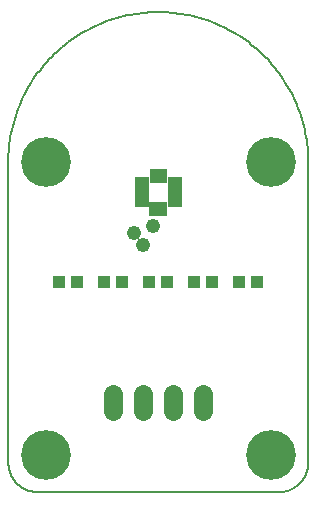
<source format=gts>
G75*
%MOIN*%
%OFA0B0*%
%FSLAX25Y25*%
%IPPOS*%
%LPD*%
%AMOC8*
5,1,8,0,0,1.08239X$1,22.5*
%
%ADD10C,0.00500*%
%ADD11C,0.06343*%
%ADD12C,0.16611*%
%ADD13R,0.04540X0.02001*%
%ADD14R,0.02001X0.04540*%
%ADD15R,0.03950X0.03950*%
%ADD16C,0.04800*%
D10*
X0004000Y0014000D02*
X0004000Y0114000D01*
X0004015Y0115218D01*
X0004059Y0116434D01*
X0004133Y0117650D01*
X0004237Y0118863D01*
X0004370Y0120073D01*
X0004533Y0121280D01*
X0004725Y0122482D01*
X0004946Y0123680D01*
X0005196Y0124872D01*
X0005475Y0126057D01*
X0005783Y0127235D01*
X0006120Y0128405D01*
X0006485Y0129567D01*
X0006878Y0130719D01*
X0007299Y0131862D01*
X0007748Y0132993D01*
X0008224Y0134114D01*
X0008728Y0135223D01*
X0009258Y0136319D01*
X0009815Y0137402D01*
X0010398Y0138471D01*
X0011006Y0139525D01*
X0011641Y0140565D01*
X0012300Y0141588D01*
X0012984Y0142596D01*
X0013693Y0143586D01*
X0014425Y0144559D01*
X0015181Y0145513D01*
X0015960Y0146449D01*
X0016761Y0147366D01*
X0017585Y0148263D01*
X0018430Y0149139D01*
X0019296Y0149995D01*
X0020183Y0150830D01*
X0021090Y0151642D01*
X0022016Y0152432D01*
X0022962Y0153200D01*
X0023925Y0153944D01*
X0024907Y0154664D01*
X0025906Y0155361D01*
X0026921Y0156033D01*
X0027953Y0156680D01*
X0029000Y0157301D01*
X0030062Y0157897D01*
X0031138Y0158467D01*
X0032227Y0159011D01*
X0033330Y0159527D01*
X0034445Y0160017D01*
X0035571Y0160480D01*
X0036708Y0160915D01*
X0037856Y0161322D01*
X0039013Y0161701D01*
X0040179Y0162052D01*
X0041353Y0162374D01*
X0042535Y0162668D01*
X0043724Y0162933D01*
X0044918Y0163168D01*
X0046118Y0163375D01*
X0047323Y0163552D01*
X0048531Y0163700D01*
X0049743Y0163818D01*
X0050958Y0163907D01*
X0052174Y0163967D01*
X0053391Y0163996D01*
X0054609Y0163996D01*
X0055826Y0163967D01*
X0057042Y0163907D01*
X0058257Y0163818D01*
X0059469Y0163700D01*
X0060677Y0163552D01*
X0061882Y0163375D01*
X0063082Y0163168D01*
X0064276Y0162933D01*
X0065465Y0162668D01*
X0066647Y0162374D01*
X0067821Y0162052D01*
X0068987Y0161701D01*
X0070144Y0161322D01*
X0071292Y0160915D01*
X0072429Y0160480D01*
X0073555Y0160017D01*
X0074670Y0159527D01*
X0075773Y0159011D01*
X0076862Y0158467D01*
X0077938Y0157897D01*
X0079000Y0157301D01*
X0080047Y0156680D01*
X0081079Y0156033D01*
X0082094Y0155361D01*
X0083093Y0154664D01*
X0084075Y0153944D01*
X0085038Y0153200D01*
X0085984Y0152432D01*
X0086910Y0151642D01*
X0087817Y0150830D01*
X0088704Y0149995D01*
X0089570Y0149139D01*
X0090415Y0148263D01*
X0091239Y0147366D01*
X0092040Y0146449D01*
X0092819Y0145513D01*
X0093575Y0144559D01*
X0094307Y0143586D01*
X0095016Y0142596D01*
X0095700Y0141588D01*
X0096359Y0140565D01*
X0096994Y0139525D01*
X0097602Y0138471D01*
X0098185Y0137402D01*
X0098742Y0136319D01*
X0099272Y0135223D01*
X0099776Y0134114D01*
X0100252Y0132993D01*
X0100701Y0131862D01*
X0101122Y0130719D01*
X0101515Y0129567D01*
X0101880Y0128405D01*
X0102217Y0127235D01*
X0102525Y0126057D01*
X0102804Y0124872D01*
X0103054Y0123680D01*
X0103275Y0122482D01*
X0103467Y0121280D01*
X0103630Y0120073D01*
X0103763Y0118863D01*
X0103867Y0117650D01*
X0103941Y0116434D01*
X0103985Y0115218D01*
X0104000Y0114000D01*
X0104000Y0014000D01*
X0103997Y0013758D01*
X0103988Y0013517D01*
X0103974Y0013276D01*
X0103953Y0013035D01*
X0103927Y0012795D01*
X0103895Y0012555D01*
X0103857Y0012316D01*
X0103814Y0012079D01*
X0103764Y0011842D01*
X0103709Y0011607D01*
X0103649Y0011373D01*
X0103582Y0011141D01*
X0103511Y0010910D01*
X0103433Y0010681D01*
X0103350Y0010454D01*
X0103262Y0010229D01*
X0103168Y0010006D01*
X0103069Y0009786D01*
X0102964Y0009568D01*
X0102855Y0009353D01*
X0102740Y0009140D01*
X0102620Y0008930D01*
X0102495Y0008724D01*
X0102365Y0008520D01*
X0102230Y0008319D01*
X0102090Y0008122D01*
X0101946Y0007928D01*
X0101797Y0007738D01*
X0101643Y0007552D01*
X0101485Y0007369D01*
X0101323Y0007190D01*
X0101156Y0007015D01*
X0100985Y0006844D01*
X0100810Y0006677D01*
X0100631Y0006515D01*
X0100448Y0006357D01*
X0100262Y0006203D01*
X0100072Y0006054D01*
X0099878Y0005910D01*
X0099681Y0005770D01*
X0099480Y0005635D01*
X0099276Y0005505D01*
X0099070Y0005380D01*
X0098860Y0005260D01*
X0098647Y0005145D01*
X0098432Y0005036D01*
X0098214Y0004931D01*
X0097994Y0004832D01*
X0097771Y0004738D01*
X0097546Y0004650D01*
X0097319Y0004567D01*
X0097090Y0004489D01*
X0096859Y0004418D01*
X0096627Y0004351D01*
X0096393Y0004291D01*
X0096158Y0004236D01*
X0095921Y0004186D01*
X0095684Y0004143D01*
X0095445Y0004105D01*
X0095205Y0004073D01*
X0094965Y0004047D01*
X0094724Y0004026D01*
X0094483Y0004012D01*
X0094242Y0004003D01*
X0094000Y0004000D01*
X0014000Y0004000D01*
X0013758Y0004003D01*
X0013517Y0004012D01*
X0013276Y0004026D01*
X0013035Y0004047D01*
X0012795Y0004073D01*
X0012555Y0004105D01*
X0012316Y0004143D01*
X0012079Y0004186D01*
X0011842Y0004236D01*
X0011607Y0004291D01*
X0011373Y0004351D01*
X0011141Y0004418D01*
X0010910Y0004489D01*
X0010681Y0004567D01*
X0010454Y0004650D01*
X0010229Y0004738D01*
X0010006Y0004832D01*
X0009786Y0004931D01*
X0009568Y0005036D01*
X0009353Y0005145D01*
X0009140Y0005260D01*
X0008930Y0005380D01*
X0008724Y0005505D01*
X0008520Y0005635D01*
X0008319Y0005770D01*
X0008122Y0005910D01*
X0007928Y0006054D01*
X0007738Y0006203D01*
X0007552Y0006357D01*
X0007369Y0006515D01*
X0007190Y0006677D01*
X0007015Y0006844D01*
X0006844Y0007015D01*
X0006677Y0007190D01*
X0006515Y0007369D01*
X0006357Y0007552D01*
X0006203Y0007738D01*
X0006054Y0007928D01*
X0005910Y0008122D01*
X0005770Y0008319D01*
X0005635Y0008520D01*
X0005505Y0008724D01*
X0005380Y0008930D01*
X0005260Y0009140D01*
X0005145Y0009353D01*
X0005036Y0009568D01*
X0004931Y0009786D01*
X0004832Y0010006D01*
X0004738Y0010229D01*
X0004650Y0010454D01*
X0004567Y0010681D01*
X0004489Y0010910D01*
X0004418Y0011141D01*
X0004351Y0011373D01*
X0004291Y0011607D01*
X0004236Y0011842D01*
X0004186Y0012079D01*
X0004143Y0012316D01*
X0004105Y0012555D01*
X0004073Y0012795D01*
X0004047Y0013035D01*
X0004026Y0013276D01*
X0004012Y0013517D01*
X0004003Y0013758D01*
X0004000Y0014000D01*
D11*
X0039000Y0031228D02*
X0039000Y0036772D01*
X0049000Y0036772D02*
X0049000Y0031228D01*
X0059000Y0031228D02*
X0059000Y0036772D01*
X0069000Y0036772D02*
X0069000Y0031228D01*
D12*
X0091500Y0016500D03*
X0091500Y0114000D03*
X0016500Y0114000D03*
X0016500Y0016500D03*
D13*
X0048488Y0100063D03*
X0048488Y0102031D03*
X0048488Y0104000D03*
X0048488Y0105969D03*
X0048488Y0107937D03*
X0059512Y0107937D03*
X0059512Y0105969D03*
X0059512Y0104000D03*
X0059512Y0102031D03*
X0059512Y0100063D03*
D14*
X0055969Y0098488D03*
X0054000Y0098488D03*
X0052031Y0098488D03*
X0052071Y0109512D03*
X0054039Y0109512D03*
X0056008Y0109512D03*
D15*
X0056953Y0074000D03*
X0051047Y0074000D03*
X0041953Y0074000D03*
X0036047Y0074000D03*
X0026953Y0074000D03*
X0021047Y0074000D03*
X0066047Y0074000D03*
X0071953Y0074000D03*
X0081047Y0074000D03*
X0086953Y0074000D03*
D16*
X0052125Y0092750D03*
X0049000Y0086500D03*
X0045875Y0090250D03*
M02*

</source>
